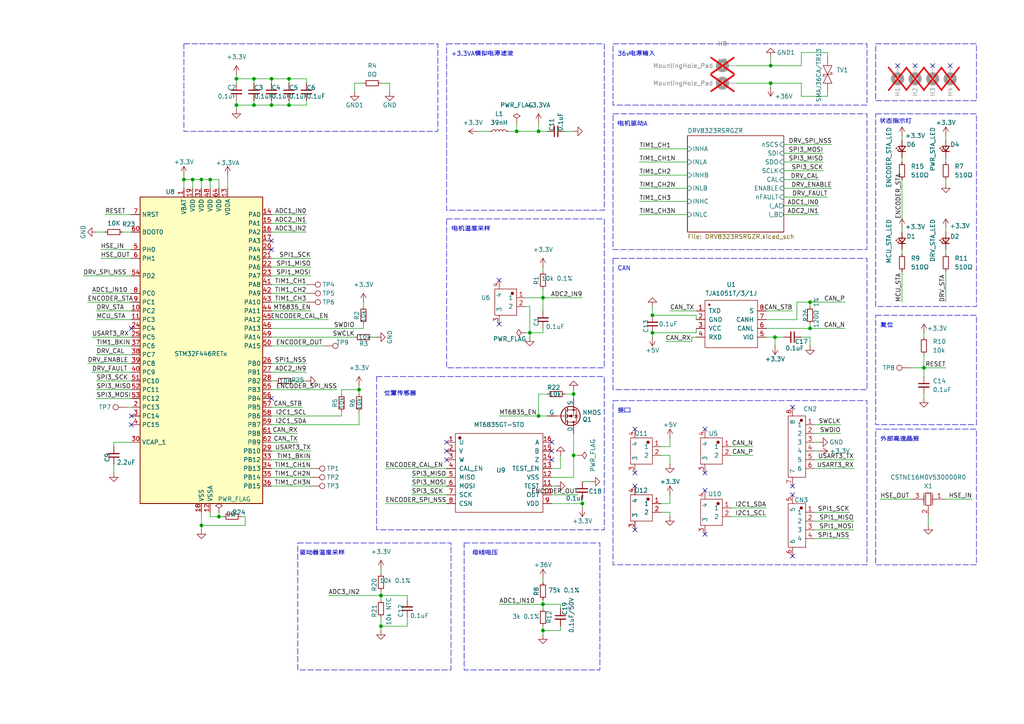
<source format=kicad_sch>
(kicad_sch (version 20250114) (generator "eeschema") (generator_version "9.0")
  (paper "A4")
  (title_block (title "CawDrive") (rev "V1.0.0") (company "GUAIK.ORG"))
  (rectangle (start 177.8 74.93) (end 251.46 113.03) (stroke (width 0) (type dash)))
  (rectangle (start 129.54 63.5) (end 175.26 106.68) (stroke (width 0) (type dash)))
  (rectangle (start 254 91.44) (end 283.21 123.19) (stroke (width 0) (type dash)))
  (rectangle (start 134.62 157.48) (end 173.99 194.31) (stroke (width 0) (type dash)))
  (rectangle (start 254 12.7) (end 283.21 29.21) (stroke (width 0) (type dash)))
  (rectangle (start 254 124.46) (end 283.21 163.83) (stroke (width 0) (type dash)))
  (rectangle (start 177.8 12.7) (end 251.46 30.48) (stroke (width 0) (type dash)))
  (rectangle (start 177.8 33.02) (end 251.46 72.39) (stroke (width 0) (type dash)))
  (rectangle (start 109.22 109.22) (end 175.26 153.67) (stroke (width 0) (type dash)))
  (rectangle (start 129.54 12.7) (end 175.26 60.96) (stroke (width 0) (type dash)))
  (rectangle (start 53.34 12.7) (end 127 38.1) (stroke (width 0) (type dash)))
  (rectangle (start 254 33.02) (end 283.21 88.9) (stroke (width 0) (type dash)))
  (rectangle (start 177.8 116.205) (end 251.46 163.83) (stroke (width 0) (type dash)))
  (rectangle (start 86.36 157.48) (end 130.81 194.31) (stroke (width 0) (type dash)))
  (text "母线电压" (at 140.716 160.528 0) (effects (font (size 1.27 1.27))))
  (text "电机温度采样" (at 136.652 66.548 0) (effects (font (size 1.27 1.27))))
  (text "驱动器温度采样" (at 93.472 160.528 0) (effects (font (size 1.27 1.27))))
  (text "接口" (at 179.07 120.015 0) (effects (font (size 1.27 1.27)) (justify left bottom)))
  (text "36v电源输入" (at 179.07 16.51 0) (effects (font (size 1.27 1.27)) (justify left bottom)))
  (text "CAN" (at 179.07 78.74 0) (effects (font (size 1.27 1.27)) (justify left bottom)))
  (text "+3.3VA模拟电源滤波" (at 130.81 16.51 0) (effects (font (size 1.27 1.27)) (justify left bottom)))
  (text "位置传感器" (at 116.078 114.3 0) (effects (font (size 1.27 1.27))))
  (text "电机驱动A" (at 179.07 36.83 0) (effects (font (size 1.27 1.27)) (justify left bottom)))
  (text "外部高速晶振" (at 255.27 128.27 0) (effects (font (size 1.27 1.27)) (justify left bottom)))
  (text "复位" (at 255.27 95.25 0) (effects (font (size 1.27 1.27)) (justify left bottom)))
  (text "状态指示灯" (at 255.016 36.068 0) (effects (font (size 1.27 1.27)) (justify left bottom)))
  (junction (at 157.48 175.26))
  (junction (at 156.21 120.65))
  (junction (at 267.97 106.68))
  (junction (at 234.95 87.63))
  (junction (at 168.91 146.05))
  (junction (at 68.58 22.86))
  (junction (at 153.67 96.52))
  (junction (at 157.48 182.88))
  (junction (at 156.21 38.1))
  (junction (at 55.88 52.07))
  (junction (at 110.49 172.72))
  (junction (at 189.23 91.44))
  (junction (at 110.49 181.61))
  (junction (at 63.5 149.86))
  (junction (at 73.66 30.48))
  (junction (at 78.74 30.48))
  (junction (at 223.52 24.13))
  (junction (at 53.34 52.07))
  (junction (at 73.66 22.86))
  (junction (at 58.42 152.4))
  (junction (at 149.86 38.1))
  (junction (at 83.82 30.48))
  (junction (at 166.37 132.08))
  (junction (at 189.23 96.52))
  (junction (at 104.14 113.03))
  (junction (at 234.95 95.25))
  (junction (at 68.58 30.48))
  (junction (at 58.42 52.07))
  (junction (at 166.37 114.3))
  (junction (at 60.96 52.07))
  (junction (at 78.74 22.86))
  (junction (at 157.48 86.36))
  (junction (at 83.82 22.86))
  (junction (at 224.79 97.79))
  (junction (at 223.52 19.05))
  (no_connect (at 144.78 81.28))
  (no_connect (at 260.35 19.05))
  (no_connect (at 160.02 133.35))
  (no_connect (at 270.51 19.05))
  (no_connect (at 204.47 124.46))
  (no_connect (at 129.54 133.35))
  (no_connect (at 204.47 137.16))
  (no_connect (at 160.02 130.81))
  (no_connect (at 229.87 161.29))
  (no_connect (at 160.02 128.27))
  (no_connect (at 78.74 115.57))
  (no_connect (at 144.78 93.98))
  (no_connect (at 229.87 143.51))
  (no_connect (at 184.15 140.97))
  (no_connect (at 229.87 140.97))
  (no_connect (at 204.47 142.24))
  (no_connect (at 229.87 118.11))
  (no_connect (at 129.54 128.27))
  (no_connect (at 129.54 130.81))
  (no_connect (at 265.43 19.05))
  (no_connect (at 38.1 120.65))
  (no_connect (at 204.47 154.94))
  (no_connect (at 38.1 95.25))
  (no_connect (at 184.15 124.46))
  (no_connect (at 38.1 123.19))
  (no_connect (at 275.59 19.05))
  (no_connect (at 78.74 72.39))
  (no_connect (at 184.15 137.16))
  (no_connect (at 184.15 153.67))
  (no_connect (at 78.74 69.85))
  (wire (pts (xy 88.9 29.21) (xy 88.9 30.48)))
  (wire (pts (xy 153.67 97.79) (xy 153.67 96.52)))
  (wire (pts (xy 166.37 132.08) (xy 167.64 132.08)))
  (wire (pts (xy 78.74 22.86) (xy 78.74 24.13)))
  (wire (pts (xy 157.48 175.26) (xy 157.48 176.53)))
  (wire (pts (xy 232.41 27.94) (xy 240.03 27.94)))
  (wire (pts (xy 25.4 87.63) (xy 38.1 87.63)))
  (wire (pts (xy 86.36 128.27) (xy 78.74 128.27)))
  (wire (pts (xy 168.91 146.05) (xy 160.02 146.05)))
  (wire (pts (xy 118.11 179.07) (xy 118.11 181.61)))
  (wire (pts (xy 88.9 105.41) (xy 78.74 105.41)))
  (wire (pts (xy 90.17 140.97) (xy 78.74 140.97)))
  (wire (pts (xy 236.22 123.19) (xy 243.84 123.19)))
  (wire (pts (xy 274.32 66.04) (xy 274.32 67.31)))
  (wire (pts (xy 88.9 82.55) (xy 78.74 82.55)))
  (wire (pts (xy 231.14 87.63) (xy 231.14 92.71)))
  (wire (pts (xy 104.14 111.76) (xy 104.14 113.03)))
  (wire (pts (xy 30.48 67.31) (xy 27.94 67.31)))
  (wire (pts (xy 166.37 113.03) (xy 166.37 114.3)))
  (wire (pts (xy 227.33 44.45) (xy 238.76 44.45)))
  (wire (pts (xy 26.67 107.95) (xy 38.1 107.95)))
  (wire (pts (xy 261.62 39.37) (xy 261.62 40.64)))
  (wire (pts (xy 90.17 133.35) (xy 78.74 133.35)))
  (wire (pts (xy 212.09 132.08) (xy 218.44 132.08)))
  (wire (pts (xy 156.21 114.3) (xy 156.21 120.65)))
  (wire (pts (xy 267.97 96.52) (xy 267.97 97.79)))
  (wire (pts (xy 60.96 148.59) (xy 60.96 149.86)))
  (wire (pts (xy 71.12 152.4) (xy 58.42 152.4)))
  (wire (pts (xy 162.56 135.89) (xy 160.02 135.89)))
  (wire (pts (xy 83.82 22.86) (xy 88.9 22.86)))
  (wire (pts (xy 104.14 119.38) (xy 104.14 123.19)))
  (wire (pts (xy 157.48 86.36) (xy 168.91 86.36)))
  (wire (pts (xy 66.04 50.8) (xy 66.04 54.61)))
  (wire (pts (xy 261.62 63.5) (xy 261.62 52.07)))
  (wire (pts (xy 261.62 45.72) (xy 261.62 46.99)))
  (wire (pts (xy 158.75 114.3) (xy 156.21 114.3)))
  (wire (pts (xy 83.82 30.48) (xy 88.9 30.48)))
  (wire (pts (xy 26.67 97.79) (xy 38.1 97.79)))
  (wire (pts (xy 223.52 24.13) (xy 232.41 24.13)))
  (wire (pts (xy 71.12 149.86) (xy 69.85 149.86)))
  (wire (pts (xy 144.78 120.65) (xy 156.21 120.65)))
  (wire (pts (xy 53.34 50.8) (xy 53.34 52.07)))
  (wire (pts (xy 102.87 24.13) (xy 105.41 24.13)))
  (wire (pts (xy 27.94 100.33) (xy 38.1 100.33)))
  (wire (pts (xy 274.32 72.39) (xy 274.32 73.66)))
  (wire (pts (xy 200.66 99.06) (xy 200.66 97.79)))
  (wire (pts (xy 231.14 92.71) (xy 222.25 92.71)))
  (wire (pts (xy 234.95 97.79) (xy 234.95 100.33)))
  (wire (pts (xy 158.75 120.65) (xy 156.21 120.65)))
  (wire (pts (xy 185.42 43.18) (xy 199.39 43.18)))
  (wire (pts (xy 157.48 83.82) (xy 157.48 86.36)))
  (wire (pts (xy 113.03 24.13) (xy 113.03 26.67)))
  (wire (pts (xy 232.41 15.24) (xy 240.03 15.24)))
  (wire (pts (xy 73.66 22.86) (xy 73.66 24.13)))
  (wire (pts (xy 90.17 74.93) (xy 78.74 74.93)))
  (wire (pts (xy 58.42 52.07) (xy 60.96 52.07)))
  (wire (pts (xy 88.9 62.23) (xy 78.74 62.23)))
  (wire (pts (xy 247.65 135.89) (xy 236.22 135.89)))
  (wire (pts (xy 194.31 143.51) (xy 194.31 146.05)))
  (wire (pts (xy 157.48 173.99) (xy 157.48 175.26)))
  (wire (pts (xy 60.96 52.07) (xy 63.5 52.07)))
  (wire (pts (xy 102.87 24.13) (xy 102.87 26.67)))
  (wire (pts (xy 83.82 29.21) (xy 83.82 30.48)))
  (wire (pts (xy 58.42 52.07) (xy 58.42 54.61)))
  (wire (pts (xy 213.36 24.13) (xy 223.52 24.13)))
  (wire (pts (xy 234.95 87.63) (xy 245.11 87.63)))
  (wire (pts (xy 223.52 19.05) (xy 232.41 19.05)))
  (wire (pts (xy 163.83 114.3) (xy 166.37 114.3)))
  (wire (pts (xy 73.66 22.86) (xy 78.74 22.86)))
  (wire (pts (xy 29.21 72.39) (xy 38.1 72.39)))
  (wire (pts (xy 119.38 140.97) (xy 129.54 140.97)))
  (wire (pts (xy 99.06 113.03) (xy 104.14 113.03)))
  (wire (pts (xy 88.9 107.95) (xy 78.74 107.95)))
  (wire (pts (xy 55.88 52.07) (xy 58.42 52.07)))
  (wire (pts (xy 87.63 118.11) (xy 78.74 118.11)))
  (wire (pts (xy 236.22 153.67) (xy 247.65 153.67)))
  (wire (pts (xy 274.32 106.68) (xy 267.97 106.68)))
  (wire (pts (xy 156.21 35.56) (xy 156.21 38.1)))
  (wire (pts (xy 68.58 22.86) (xy 73.66 22.86)))
  (wire (pts (xy 201.93 91.44) (xy 201.93 92.71)))
  (wire (pts (xy 168.91 144.78) (xy 168.91 146.05)))
  (wire (pts (xy 162.56 176.53) (xy 162.56 175.26)))
  (wire (pts (xy 110.49 24.13) (xy 113.03 24.13)))
  (wire (pts (xy 189.23 96.52) (xy 189.23 97.79)))
  (wire (pts (xy 78.74 123.19) (xy 104.14 123.19)))
  (wire (pts (xy 38.1 128.27) (xy 33.02 128.27)))
  (wire (pts (xy 118.11 172.72) (xy 118.11 173.99)))
  (wire (pts (xy 162.56 181.61) (xy 162.56 182.88)))
  (wire (pts (xy 149.86 38.1) (xy 156.21 38.1)))
  (wire (pts (xy 167.64 143.51) (xy 160.02 143.51)))
  (wire (pts (xy 157.48 95.25) (xy 157.48 96.52)))
  (wire (pts (xy 68.58 21.59) (xy 68.58 22.86)))
  (wire (pts (xy 236.22 156.21) (xy 246.38 156.21)))
  (wire (pts (xy 240.03 15.24) (xy 240.03 16.51)))
  (wire (pts (xy 231.14 87.63) (xy 234.95 87.63)))
  (wire (pts (xy 157.48 181.61) (xy 157.48 182.88)))
  (wire (pts (xy 99.06 120.65) (xy 78.74 120.65)))
  (wire (pts (xy 60.96 149.86) (xy 63.5 149.86)))
  (wire (pts (xy 191.77 148.59) (xy 194.31 148.59)))
  (wire (pts (xy 157.48 96.52) (xy 153.67 96.52)))
  (wire (pts (xy 162.56 182.88) (xy 157.48 182.88)))
  (wire (pts (xy 110.49 165.1) (xy 110.49 166.37)))
  (wire (pts (xy 274.32 39.37) (xy 274.32 40.64)))
  (wire (pts (xy 267.97 102.87) (xy 267.97 106.68)))
  (wire (pts (xy 163.83 38.1) (xy 166.37 38.1)))
  (wire (pts (xy 227.33 46.99) (xy 238.76 46.99)))
  (wire (pts (xy 78.74 22.86) (xy 83.82 22.86)))
  (wire (pts (xy 58.42 148.59) (xy 58.42 152.4)))
  (wire (pts (xy 160.02 140.97) (xy 161.29 140.97)))
  (wire (pts (xy 63.5 149.86) (xy 64.77 149.86)))
  (wire (pts (xy 229.87 90.17) (xy 222.25 90.17)))
  (wire (pts (xy 110.49 172.72) (xy 110.49 173.99)))
  (wire (pts (xy 234.95 95.25) (xy 245.11 95.25)))
  (wire (pts (xy 29.21 74.93) (xy 38.1 74.93)))
  (wire (pts (xy 25.4 105.41) (xy 38.1 105.41)))
  (wire (pts (xy 162.56 175.26) (xy 157.48 175.26)))
  (wire (pts (xy 110.49 171.45) (xy 110.49 172.72)))
  (wire (pts (xy 267.97 106.68) (xy 267.97 109.22)))
  (wire (pts (xy 33.02 134.62) (xy 33.02 137.16)))
  (wire (pts (xy 194.31 148.59) (xy 194.31 149.86)))
  (wire (pts (xy 236.22 151.13) (xy 247.65 151.13)))
  (wire (pts (xy 149.86 35.56) (xy 149.86 38.1)))
  (wire (pts (xy 152.4 96.52) (xy 153.67 96.52)))
  (wire (pts (xy 224.79 97.79) (xy 227.33 97.79)))
  (wire (pts (xy 240.03 27.94) (xy 240.03 26.67)))
  (wire (pts (xy 234.95 87.63) (xy 234.95 88.9)))
  (wire (pts (xy 189.23 91.44) (xy 189.23 88.9)))
  (wire (pts (xy 78.74 110.49) (xy 80.01 110.49)))
  (wire (pts (xy 68.58 22.86) (xy 68.58 24.13)))
  (wire (pts (xy 35.56 67.31) (xy 38.1 67.31)))
  (wire (pts (xy 27.94 92.71) (xy 38.1 92.71)))
  (wire (pts (xy 185.42 54.61) (xy 199.39 54.61)))
  (wire (pts (xy 213.36 19.05) (xy 223.52 19.05)))
  (wire (pts (xy 227.33 62.23) (xy 237.49 62.23)))
  (wire (pts (xy 168.91 147.32) (xy 168.91 146.05)))
  (wire (pts (xy 60.96 52.07) (xy 60.96 54.61)))
  (wire (pts (xy 166.37 132.08) (xy 166.37 138.43)))
  (wire (pts (xy 99.06 119.38) (xy 99.06 120.65)))
  (wire (pts (xy 85.09 110.49) (xy 88.9 110.49)))
  (wire (pts (xy 261.62 87.63) (xy 261.62 78.74)))
  (wire (pts (xy 201.93 96.52) (xy 189.23 96.52)))
  (wire (pts (xy 118.11 181.61) (xy 110.49 181.61)))
  (wire (pts (xy 237.49 130.81) (xy 236.22 130.81)))
  (wire (pts (xy 269.24 149.86) (xy 269.24 152.4)))
  (wire (pts (xy 224.79 97.79) (xy 224.79 100.33)))
  (wire (pts (xy 227.33 59.69) (xy 237.49 59.69)))
  (wire (pts (xy 227.33 49.53) (xy 238.76 49.53)))
  (wire (pts (xy 157.48 182.88) (xy 157.48 184.15)))
  (wire (pts (xy 138.43 38.1) (xy 142.24 38.1)))
  (wire (pts (xy 222.25 97.79) (xy 224.79 97.79)))
  (wire (pts (xy 157.48 77.47) (xy 157.48 78.74)))
  (wire (pts (xy 193.04 99.06) (xy 200.66 99.06)))
  (wire (pts (xy 185.42 50.8) (xy 199.39 50.8)))
  (wire (pts (xy 194.31 132.08) (xy 194.31 134.62)))
  (wire (pts (xy 162.56 132.08) (xy 162.56 135.89)))
  (wire (pts (xy 153.67 88.9) (xy 153.67 96.52)))
  (wire (pts (xy 71.12 149.86) (xy 71.12 152.4)))
  (wire (pts (xy 194.31 129.54) (xy 191.77 129.54)))
  (wire (pts (xy 24.13 80.01) (xy 38.1 80.01)))
  (wire (pts (xy 27.94 90.17) (xy 38.1 90.17)))
  (wire (pts (xy 232.41 19.05) (xy 232.41 15.24)))
  (wire (pts (xy 88.9 67.31) (xy 78.74 67.31)))
  (wire (pts (xy 36.83 118.11) (xy 38.1 118.11)))
  (wire (pts (xy 212.09 149.86) (xy 222.25 149.86)))
  (wire (pts (xy 274.32 53.34) (xy 274.32 52.07)))
  (wire (pts (xy 99.06 113.03) (xy 99.06 114.3)))
  (wire (pts (xy 107.95 97.79) (xy 109.22 97.79)))
  (wire (pts (xy 194.31 90.17) (xy 201.93 90.17)))
  (wire (pts (xy 232.41 24.13) (xy 232.41 27.94)))
  (wire (pts (xy 111.76 135.89) (xy 129.54 135.89)))
  (wire (pts (xy 53.34 52.07) (xy 55.88 52.07)))
  (wire (pts (xy 191.77 132.08) (xy 194.31 132.08)))
  (wire (pts (xy 185.42 62.23) (xy 199.39 62.23)))
  (wire (pts (xy 185.42 58.42) (xy 199.39 58.42)))
  (wire (pts (xy 111.76 146.05) (xy 129.54 146.05)))
  (wire (pts (xy 227.33 52.07) (xy 237.49 52.07)))
  (wire (pts (xy 63.5 52.07) (xy 63.5 54.61)))
  (wire (pts (xy 63.5 148.59) (xy 63.5 149.86)))
  (wire (pts (xy 73.66 29.21) (xy 73.66 30.48)))
  (wire (pts (xy 27.94 110.49) (xy 38.1 110.49)))
  (wire (pts (xy 105.41 93.98) (xy 105.41 95.25)))
  (wire (pts (xy 157.48 167.64) (xy 157.48 168.91)))
  (wire (pts (xy 227.33 54.61) (xy 241.3 54.61)))
  (wire (pts (xy 236.22 148.59) (xy 246.38 148.59)))
  (wire (pts (xy 68.58 30.48) (xy 68.58 31.75)))
  (wire (pts (xy 68.58 30.48) (xy 73.66 30.48)))
  (wire (pts (xy 236.22 125.73) (xy 243.84 125.73)))
  (wire (pts (xy 261.62 72.39) (xy 261.62 73.66)))
  (wire (pts (xy 261.62 66.04) (xy 261.62 67.31)))
  (wire (pts (xy 90.17 138.43) (xy 78.74 138.43)))
  (wire (pts (xy 53.34 52.07) (xy 53.34 54.61)))
  (wire (pts (xy 267.97 114.3) (xy 267.97 115.57)))
  (wire (pts (xy 78.74 30.48) (xy 83.82 30.48)))
  (wire (pts (xy 274.32 87.63) (xy 274.32 78.74)))
  (wire (pts (xy 110.49 172.72) (xy 118.11 172.72)))
  (wire (pts (xy 152.4 88.9) (xy 153.67 88.9)))
  (wire (pts (xy 247.65 133.35) (xy 236.22 133.35)))
  (wire (pts (xy 156.21 38.1) (xy 158.75 38.1)))
  (wire (pts (xy 88.9 85.09) (xy 78.74 85.09)))
  (wire (pts (xy 26.67 85.09) (xy 38.1 85.09)))
  (wire (pts (xy 95.25 92.71) (xy 78.74 92.71)))
  (wire (pts (xy 223.52 16.51) (xy 223.52 19.05)))
  (wire (pts (xy 90.17 80.01) (xy 78.74 80.01)))
  (wire (pts (xy 88.9 22.86) (xy 88.9 24.13)))
  (wire (pts (xy 168.91 139.7) (xy 171.45 139.7)))
  (wire (pts (xy 166.37 114.3) (xy 166.37 115.57)))
  (wire (pts (xy 33.02 128.27) (xy 33.02 129.54)))
  (wire (pts (xy 274.32 46.99) (xy 274.32 45.72)))
  (wire (pts (xy 110.49 179.07) (xy 110.49 181.61)))
  (wire (pts (xy 157.48 86.36) (xy 157.48 90.17)))
  (wire (pts (xy 102.87 97.79) (xy 78.74 97.79)))
  (wire (pts (xy 152.4 86.36) (xy 157.48 86.36)))
  (wire (pts (xy 223.52 24.13) (xy 223.52 25.4)))
  (wire (pts (xy 194.31 146.05) (xy 191.77 146.05)))
  (wire (pts (xy 144.78 175.26) (xy 157.48 175.26)))
  (wire (pts (xy 232.41 97.79) (xy 234.95 97.79)))
  (wire (pts (xy 200.66 97.79) (xy 201.93 97.79)))
  (wire (pts (xy 105.41 87.63) (xy 105.41 88.9)))
  (wire (pts (xy 110.49 182.88) (xy 110.49 181.61)))
  (wire (pts (xy 27.94 102.87) (xy 38.1 102.87)))
  (wire (pts (xy 97.79 113.03) (xy 78.74 113.03)))
  (wire (pts (xy 234.95 93.98) (xy 234.95 95.25)))
  (wire (pts (xy 78.74 29.21) (xy 78.74 30.48)))
  (wire (pts (xy 27.94 113.03) (xy 38.1 113.03)))
  (wire (pts (xy 212.09 147.32) (xy 222.25 147.32)))
  (wire (pts (xy 95.25 172.72) (xy 110.49 172.72)))
  (wire (pts (xy 58.42 152.4) (xy 58.42 153.67)))
  (wire (pts (xy 90.17 130.81) (xy 78.74 130.81)))
  (wire (pts (xy 166.37 125.73) (xy 166.37 132.08)))
  (wire (pts (xy 90.17 77.47) (xy 78.74 77.47)))
  (wire (pts (xy 227.33 57.15) (xy 240.03 57.15)))
  (wire (pts (xy 160.02 138.43) (xy 166.37 138.43)))
  (wire (pts (xy 264.16 106.68) (xy 267.97 106.68)))
  (wire (pts (xy 88.9 64.77) (xy 78.74 64.77)))
  (wire (pts (xy 185.42 46.99) (xy 199.39 46.99)))
  (wire (pts (xy 147.32 38.1) (xy 149.86 38.1)))
  (wire (pts (xy 194.31 127) (xy 194.31 129.54)))
  (wire (pts (xy 78.74 95.25) (xy 105.41 95.25)))
  (wire (pts (xy 86.36 125.73) (xy 78.74 125.73)))
  (wire (pts (xy 227.33 41.91) (xy 241.3 41.91)))
  (wire (pts (xy 73.66 30.48) (xy 78.74 30.48)))
  (wire (pts (xy 78.74 100.33) (xy 93.98 100.33)))
  (wire (pts (xy 119.38 138.43) (xy 129.54 138.43)))
  (wire (pts (xy 68.58 29.21) (xy 68.58 30.48)))
  (wire (pts (xy 27.94 115.57) (xy 38.1 115.57)))
  (wire (pts (xy 236.22 128.27) (xy 237.49 128.27)))
  (wire (pts (xy 83.82 22.86) (xy 83.82 24.13)))
  (wire (pts (xy 201.93 91.44) (xy 189.23 91.44)))
  (wire (pts (xy 222.25 95.25) (xy 234.95 95.25)))
  (wire (pts (xy 55.88 52.07) (xy 55.88 54.61)))
  (wire (pts (xy 90.17 90.17) (xy 78.74 90.17)))
  (wire (pts (xy 255.27 144.78) (xy 264.16 144.78)))
  (wire (pts (xy 104.14 113.03) (xy 104.14 114.3)))
  (wire (pts (xy 274.32 144.78) (xy 281.94 144.78)))
  (wire (pts (xy 30.48 62.23) (xy 38.1 62.23)))
  (wire (pts (xy 88.9 87.63) (xy 78.74 87.63)))
  (wire (pts (xy 119.38 143.51) (xy 129.54 143.51)))
  (wire (pts (xy 90.17 135.89) (xy 78.74 135.89)))
  (wire (pts (xy 201.93 96.52) (xy 201.93 95.25)))
  (wire (pts (xy 212.09 129.54) (xy 218.44 129.54)))
  (label "ADC1_IN0" (at 88.9 62.23 180))
  (label "TIM1_CH2N" (at 90.17 138.43 180))
  (label "SPI1_MISO" (at 90.17 77.47 180))
  (label "RESET" (at 30.48 62.23 0))
  (label "ADC1_IN0" (at 237.49 59.69 180))
  (label "SWCLK" (at 102.87 97.79 180))
  (label "SPI3_MISO" (at 238.76 46.99 180))
  (label "TIM1_CH1N" (at 185.42 46.99 0))
  (label "DRV_FAULT" (at 26.67 107.95 0))
  (label "I2C1_SDA" (at 88.9 123.19 180))
  (label "ADC2_IN9" (at 88.9 107.95 180))
  (label "ENCODER_CAL_EN" (at 111.76 135.89 0))
  (label "TIM1_CH2" (at 185.42 50.8 0))
  (label "TIM1_BKIN" (at 90.17 133.35 180))
  (label "HSE_IN" (at 281.94 144.78 180))
  (label "I2C1_SDA" (at 222.25 147.32 180))
  (label "ADC3_IN2" (at 88.9 67.31 180))
  (label "I2C1_SCL" (at 88.9 120.65 180))
  (label "CAN_P" (at 245.11 87.63 180))
  (label "SPI3_MOSI" (at 238.76 44.45 180))
  (label "ENCODER_SPI_NSS" (at 111.76 146.05 0))
  (label "TIM1_CH2N" (at 185.42 54.61 0))
  (label "ADC3_IN2" (at 95.25 172.72 0))
  (label "ENCODER_OUT" (at 167.64 143.51 180))
  (label "DRV_ENABLE" (at 241.3 54.61 180))
  (label "SPI3_MOSI" (at 119.38 140.97 0))
  (label "SPI3_SCK" (at 119.38 143.51 0))
  (label "SPI1_SCK" (at 90.17 74.93 180))
  (label "USART3_RX" (at 26.67 97.79 0))
  (label "HSE_OUT" (at 255.27 144.78 0))
  (label "TIM1_CH3N" (at 90.17 140.97 180))
  (label "DRV_CAL" (at 237.49 52.07 180))
  (label "CAN_TX" (at 194.31 90.17 0))
  (label "DRV_SPI_NSS" (at 24.13 80.01 0))
  (label "RESET" (at 274.32 106.68 180))
  (label "USART3_TX" (at 247.65 133.35 180))
  (label "SPI1_MOSI" (at 247.65 153.67 180))
  (label "TIM1_CH3N" (at 185.42 62.23 0))
  (label "CAN_P" (at 218.44 132.08 180))
  (label "MCU_STA" (at 261.62 87.63 90))
  (label "SWDIO" (at 243.84 125.73 180))
  (label "ADC2_IN9" (at 168.91 86.36 180))
  (label "DRV_SPI_NSS" (at 241.3 41.91 180))
  (label "TIM1_CH1N" (at 90.17 135.89 180))
  (label "CAN_STB" (at 229.87 90.17 180))
  (label "ADC1_IN10" (at 144.78 175.26 0))
  (label "SPI3_SCK" (at 238.76 49.53 180))
  (label "DRV_STA" (at 27.94 90.17 0))
  (label "SPI3_MOSI" (at 27.94 115.57 0))
  (label "CAN_N" (at 218.44 129.54 180))
  (label "ADC2_IN1" (at 237.49 62.23 180))
  (label "ENCODER_SPI_NSS" (at 97.79 113.03 180))
  (label "MT6835_EN" (at 144.78 120.65 0))
  (label "CAN_RX" (at 86.36 125.73 180))
  (label "SWDIO" (at 102.87 95.25 180))
  (label "ENCODER_OUT" (at 80.01 100.33 0))
  (label "USART3_RX" (at 247.65 135.89 180))
  (label "HSE_OUT" (at 29.21 74.93 0))
  (label "SPI1_NSS" (at 246.38 156.21 180))
  (label "ENCODER_STA" (at 261.62 63.5 90))
  (label "SPI3_MISO" (at 119.38 138.43 0))
  (label "ADC2_IN1" (at 88.9 64.77 180))
  (label "DRV_FAULT" (at 240.03 57.15 180))
  (label "DRV_STA" (at 274.32 87.63 90))
  (label "TIM1_BKIN" (at 27.94 100.33 0))
  (label "ADC1_IN10" (at 26.67 85.09 0))
  (label "CAN_N" (at 245.11 95.25 180))
  (label "TIM1_CH3" (at 185.42 58.42 0))
  (label "SPI1_SCK" (at 246.38 148.59 180))
  (label "SPI1_MOSI" (at 90.17 80.01 180))
  (label "HSE_IN" (at 29.21 72.39 0))
  (label "CAN_RX" (at 193.04 99.06 0))
  (label "CAN_STB" (at 87.63 118.11 180))
  (label "MT6835_EN" (at 90.17 90.17 180))
  (label "SPI3_MISO" (at 27.94 113.03 0))
  (label "ENCODER_CAL_EN" (at 95.25 92.71 180))
  (label "TIM1_CH1" (at 88.9 82.55 180))
  (label "USART3_TX" (at 90.17 130.81 180))
  (label "MCU_STA" (at 27.94 92.71 0))
  (label "DRV_ENABLE" (at 25.4 105.41 0))
  (label "TIM1_CH2" (at 88.9 85.09 180))
  (label "TIM1_CH1" (at 185.42 43.18 0))
  (label "SPI1_MISO" (at 247.65 151.13 180))
  (label "DRV_CAL" (at 27.94 102.87 0))
  (label "SWCLK" (at 243.84 123.19 180))
  (label "SPI1_NSS" (at 88.9 105.41 180))
  (label "SPI3_SCK" (at 27.94 110.49 0))
  (label "TIM1_CH3" (at 88.9 87.63 180))
  (label "CAN_TX" (at 86.36 128.27 180))
  (label "ENCODER_STA" (at 25.4 87.63 0))
  (label "I2C1_SCL" (at 222.25 149.86 180))
  (symbol (lib_id "power:+3.3V") (at 105.41 87.63 0) (unit 1)
    (property "Reference" "#PWR06" (effects (hide yes)))
    (property "Value" "+3.3V" (at 105.41 82.55 0))
    (property "Description" "Power symbol creates a global label with name \"+3.3V\"" (effects (hide yes)))
  )
  (symbol (lib_id "power:GND") (at 166.37 113.03 180) (unit 1)
    (property "Reference" "#PWR073" (effects (hide yes)))
    (property "Value" "GND" (effects (hide yes)))
    (property "Description" "Power symbol creates a global label with name \"GND\" , ground" (effects (hide yes)))
  )
  (symbol (lib_id "Device:LED_Small") (at 274.32 43.18 90) (unit 1)
    (property "Reference" "D4" (at 275.59 41.91 90) (effects (justify right)))
    (property "Value" "PWR_STA_LED" (at 270.51 36.83 0) (effects (justify right)))
    (property "Footprint" "LED_SMD:LED_0402_1005Metric_Pad0.77x0.64mm_HandSolder" (effects (hide yes)))
    (property "Description" "Light emitting diode, small symbol" (effects (hide yes)))
    (property "Sim.Pin" "1=K 2=A" (effects (hide yes)))
  )
  (symbol (lib_id "power:PWR_FLAG") (at 152.4 96.52 90) (unit 1)
    (property "Reference" "#FLG08" (effects (hide yes)))
    (property "Value" "PWR_FLAG" (at 147.828 98.298 90))
    (property "Description" "Special symbol for telling ERC where power comes from" (effects (hide yes)))
  )
  (symbol (lib_id "power:+3.3V") (at 267.97 96.52 0) (unit 1)
    (property "Reference" "#PWR032" (effects (hide yes)))
    (property "Value" "+3.3V" (at 271.78 95.25 0))
    (property "Description" "Power symbol creates a global label with name \"+3.3V\"" (effects (hide yes)))
  )
  (symbol (lib_id "power:GND") (at 166.37 38.1 90) (unit 1)
    (property "Reference" "#PWR012" (effects (hide yes)))
    (property "Value" "GND" (effects (hide yes)))
    (property "Description" "Power symbol creates a global label with name \"GND\" , ground" (effects (hide yes)))
  )
  (symbol (lib_id "power:+3.3V") (at 104.14 111.76 0) (unit 1)
    (property "Reference" "#PWR013" (effects (hide yes)))
    (property "Value" "+3.3V" (at 104.14 106.68 0))
    (property "Description" "Power symbol creates a global label with name \"+3.3V\"" (effects (hide yes)))
  )
  (symbol (lib_id "Device:LED_Small") (at 261.62 43.18 90) (unit 1)
    (property "Reference" "D6" (at 262.89 41.91 90) (effects (justify right)))
    (property "Value" "ENCODER_STA_LED" (at 257.81 36.83 0) (effects (justify right)))
    (property "Footprint" "LED_SMD:LED_0402_1005Metric_Pad0.77x0.64mm_HandSolder" (effects (hide yes)))
    (property "Description" "Light emitting diode, small symbol" (effects (hide yes)))
    (property "Sim.Pin" "1=K 2=A" (effects (hide yes)))
  )
  (symbol (lib_id "power:+5V") (at 189.23 97.79 180) (unit 1)
    (property "Reference" "#PWR076" (effects (hide yes)))
    (property "Value" "+5V" (at 189.23 101.6 0))
    (property "Description" "Power symbol creates a global label with name \"+5V\"" (effects (hide yes)))
  )
  (symbol (lib_id "Device:C_Small") (at 118.11 176.53 180) (unit 1)
    (property "Reference" "C12" (at 116.205 177.165 90))
    (property "Value" "0.1uF" (at 121.666 178.562 0))
    (property "Footprint" "Capacitor_SMD:C_0402_1005Metric_Pad0.74x0.62mm_HandSolder" (effects (hide yes)))
    (property "Description" "Unpolarized capacitor, small symbol" (effects (hide yes)))
  )
  (symbol (lib_id "Device:R_Small") (at 99.06 116.84 180) (unit 1)
    (property "Reference" "R5" (at 97.155 115.57 90) (effects (justify left)))
    (property "Value" "10k" (at 99.06 115.062 90) (effects (justify left)))
    (property "Footprint" "Resistor_SMD:R_0402_1005Metric_Pad0.72x0.64mm_HandSolder" (effects (hide yes)))
    (property "Description" "Resistor, small symbol" (effects (hide yes)))
  )
  (symbol (lib_id "power:+3.3V") (at 68.58 21.59 0) (unit 1)
    (property "Reference" "#PWR04" (effects (hide yes)))
    (property "Value" "+3.3V" (at 68.58 16.51 0))
    (property "Description" "Power symbol creates a global label with name \"+3.3V\"" (effects (hide yes)))
  )
  (symbol (lib_id "Rick_Connector:WAFER-SH1.0-2PWB") (at 208.28 148.59 0) (mirror y) (unit 1)
    (property "Reference" "U10" (at 209.296 143.256 0) (effects (justify left)))
    (property "Value" "WAFER-SH1.0-2PWB" (effects (hide yes)))
    (property "Footprint" "Rick_Connector:CONN-SMD_2P-P1.00_XUNPU_WAFER-SH1.0-2PWB" (effects (hide yes)))
    (property "SuppliersPartNumber" "C3029341" (effects (hide yes)))
    (property "uuid" "std:b25617d4d4944bb5a333c9a533c58e4a" (effects (hide yes)))
  )
  (symbol (lib_id "Device:R_Small") (at 107.95 24.13 90) (unit 1)
    (property "Reference" "R4" (at 107.95 19.05 90))
    (property "Value" "0Ω" (at 107.95 21.59 90))
    (property "Footprint" "Resistor_SMD:R_0402_1005Metric_Pad0.72x0.64mm_HandSolder" (effects (hide yes)))
    (property "Description" "Resistor, small symbol" (effects (hide yes)))
  )
  (symbol (lib_id "Device:C_Small") (at 78.74 26.67 0) (unit 1)
    (property "Reference" "C4" (at 78.74 25.4 0) (effects (justify left)))
    (property "Value" "0.1uF" (at 78.74 27.94 0) (effects (justify left)))
    (property "Footprint" "Capacitor_SMD:C_0402_1005Metric_Pad0.74x0.62mm_HandSolder" (effects (hide yes)))
    (property "Description" "Unpolarized capacitor, small symbol" (effects (hide yes)))
  )
  (symbol (lib_id "Connector:TestPoint") (at 36.83 118.11 90) (mirror x) (unit 1)
    (property "Reference" "TP7" (at 32.258 118.11 90) (effects (justify left)))
    (property "Value" "TestPoint" (effects (hide yes)))
    (property "Footprint" "TestPoint:TestPoint_Pad_D1.0mm" (effects (hide yes)))
    (property "Description" "test point" (effects (hide yes)))
  )
  (symbol (lib_id "Device:R_Small") (at 157.48 81.28 180) (unit 1)
    (property "Reference" "R1" (at 155.575 80.01 90) (effects (justify left)))
    (property "Value" "10k 0.1%" (at 166.116 80.772 0) (effects (justify left)))
    (property "Footprint" "Resistor_SMD:R_0402_1005Metric_Pad0.72x0.64mm_HandSolder" (effects (hide yes)))
    (property "Description" "Resistor, small symbol" (effects (hide yes)))
  )
  (symbol (lib_id "power:PWR_FLAG") (at 167.64 132.08 270) (unit 1)
    (property "Reference" "#FLG09" (effects (hide yes)))
    (property "Value" "PWR_FLAG" (at 171.958 132.08 0))
    (property "Description" "Special symbol for telling ERC where power comes from" (effects (hide yes)))
  )
  (symbol (lib_id "Mechanical:MountingHole_Pad") (at 210.82 19.05 90) (unit 1) (dnp yes)
    (property "Reference" "H8" (at 209.55 12.7 90))
    (property "Value" "MountingHole_Pad" (at 198.12 19.05 90))
    (property "Footprint" "CawDrive_Connector:POWER_PAD" (effects (hide yes)))
    (property "Description" "Mounting Hole with connection" (effects (hide yes)))
  )
  (symbol (lib_id "power:PWR_FLAG") (at 63.5 148.59 0) (unit 1)
    (property "Reference" "#FLG07" (effects (hide yes)))
    (property "Value" "PWR_FLAG" (at 67.945 144.78 0))
    (property "Description" "Special symbol for telling ERC where power comes from" (effects (hide yes)))
  )
  (symbol (lib_id "Connector:TestPoint") (at 88.9 82.55 270) (unit 1)
    (property "Reference" "TP4" (at 93.472 82.55 90) (effects (justify left)))
    (property "Value" "TestPoint" (effects (hide yes)))
    (property "Footprint" "TestPoint:TestPoint_Pad_D1.0mm" (effects (hide yes)))
    (property "Description" "test point" (effects (hide yes)))
  )
  (symbol (lib_id "power:+3.3VA") (at 156.21 35.56 0) (unit 1)
    (property "Reference" "#PWR015" (effects (hide yes)))
    (property "Value" "+3.3VA" (at 156.21 30.48 0))
    (property "Description" "Power symbol creates a global label with name \"+3.3VA\"" (effects (hide yes)))
  )
  (symbol (lib_id "Device:R_Small") (at 104.14 116.84 180) (unit 1)
    (property "Reference" "R6" (at 102.235 115.57 90) (effects (justify left)))
    (property "Value" "10k" (at 104.14 115.316 90) (effects (justify left)))
    (property "Footprint" "Resistor_SMD:R_0402_1005Metric_Pad0.72x0.64mm_HandSolder" (effects (hide yes)))
    (property "Description" "Resistor, small symbol" (effects (hide yes)))
  )
  (symbol (lib_id "Device:R_Small") (at 110.49 168.91 180) (unit 1)
    (property "Reference" "R20" (at 108.585 167.64 90) (effects (justify left)))
    (property "Value" "10k 0.1%" (at 119.126 168.402 0) (effects (justify left)))
    (property "Footprint" "Resistor_SMD:R_0402_1005Metric_Pad0.72x0.64mm_HandSolder" (effects (hide yes)))
    (property "Description" "Resistor, small symbol" (effects (hide yes)))
  )
  (symbol (lib_id "power:GND") (at 274.32 53.34 0) (unit 1)
    (property "Reference" "#PWR044" (effects (hide yes)))
    (property "Value" "GND" (effects (hide yes)))
    (property "Description" "Power symbol creates a global label with name \"GND\" , ground" (effects (hide yes)))
  )
  (symbol (lib_id "power:GND") (at 58.42 153.67 0) (unit 1)
    (property "Reference" "#PWR070" (effects (hide yes)))
    (property "Value" "GND" (effects (hide yes)))
    (property "Description" "Power symbol creates a global label with name \"GND\" , ground" (effects (hide yes)))
  )
  (symbol (lib_id "power:GND1") (at 223.52 16.51 180) (unit 1)
    (property "Reference" "#PWR024" (effects (hide yes)))
    (property "Value" "GND1" (at 227.965 15.24 0))
    (property "Description" "Power symbol creates a global label with name \"GND1\" , ground" (effects (hide yes)))
  )
  (symbol (lib_id "Device:C_Small") (at 33.02 132.08 180) (unit 1)
    (property "Reference" "C9" (at 31.115 132.715 90))
    (property "Value" "2.2uF" (at 36.576 134.112 0))
    (property "Footprint" "Capacitor_SMD:C_0402_1005Metric_Pad0.74x0.62mm_HandSolder" (effects (hide yes)))
    (property "Description" "Unpolarized capacitor, small symbol" (effects (hide yes)))
  )
  (symbol (lib_id "Rick_Diode:SMAJ36CA/TR13") (at 240.03 21.59 90) (unit 1)
    (property "Reference" "TV1" (at 242.57 20.32 90) (effects (justify right)))
    (property "Value" "SMAJ36CA/TR13" (at 237.49 13.97 0) (effects (justify right)))
    (property "Footprint" "Rick_Diode:SMAJ36CA_TR13_SMA(DO-214AC)" (effects (hide yes)))
    (property "Datasheet" "https://atta.szlcsc.com/upload/public/pdf/source/20161114/1479092096898.pdf" (effects (hide yes)))
    (property "SuppliersPartNumber" "C87270" (effects (hide yes)))
    (property "uuid" "pro:04d0c48fad79448b93227f7fe67c94ea" (effects (hide yes)))
    (property "Manufacturer" "Brightking" (effects (hide yes)))
    (property "Manufacturer Product Number" "SMAJ36CA/TR13" (effects (hide yes)))
    (property "JLC Part Number" "C87270" (effects (hide yes)))
    (property "JLC URL" "https://item.szlcsc.com/88448.html" (effects (hide yes)))
  )
  (symbol (lib_id "Device:R_Small") (at 161.29 114.3 90) (unit 1)
    (property "Reference" "R22" (at 162.56 112.395 90) (effects (justify left)))
    (property "Value" "10k" (at 162.814 114.3 90) (effects (justify left)))
    (property "Footprint" "Resistor_SMD:R_0402_1005Metric_Pad0.72x0.64mm_HandSolder" (effects (hide yes)))
    (property "Description" "Resistor, small symbol" (effects (hide yes)))
  )
  (symbol (lib_id "power:+3.3V") (at 194.31 143.51 0) (unit 1)
    (property "Reference" "#PWR082" (effects (hide yes)))
    (property "Value" "+3.3V" (at 194.31 139.7 0))
    (property "Description" "Power symbol creates a global label with name \"+3.3V\"" (effects (hide yes)))
  )
  (symbol (lib_id "Rick_Connector:WAFER-SH1.0-2PWB") (at 187.96 130.81 0) (mirror y) (unit 1)
    (property "Reference" "U11" (at 187.96 125.73 0) (effects (justify left)))
    (property "Value" "WAFER-SH1.0-2PWB" (effects (hide yes)))
    (property "Footprint" "Rick_Connector:CONN-SMD_2P-P1.00_XUNPU_WAFER-SH1.0-2PWB" (effects (hide yes)))
    (property "SuppliersPartNumber" "C3029341" (effects (hide yes)))
    (property "uuid" "std:b25617d4d4944bb5a333c9a533c58e4a" (effects (hide yes)))
  )
  (symbol (lib_id "Device:C_Small") (at 83.82 26.67 0) (unit 1)
    (property "Reference" "C5" (at 83.82 25.4 0) (effects (justify left)))
    (property "Value" "0.1uF" (at 83.82 27.94 0) (effects (justify left)))
    (property "Footprint" "Capacitor_SMD:C_0402_1005Metric_Pad0.74x0.62mm_HandSolder" (effects (hide yes)))
    (property "Description" "Unpolarized capacitor, small symbol" (effects (hide yes)))
  )
  (symbol (lib_id "Connector:TestPoint") (at 93.98 100.33 270) (unit 1)
    (property "Reference" "TP9" (at 97.536 99.314 90) (effects (justify left)))
    (property "Value" "TestPoint" (effects (hide yes)))
    (property "Footprint" "TestPoint:TestPoint_Pad_D1.0mm" (effects (hide yes)))
    (property "Description" "test point" (effects (hide yes)))
  )
  (symbol (lib_id "power:+3.3VA") (at 66.04 50.8 0) (unit 1)
    (property "Reference" "#PWR069" (effects (hide yes)))
    (property "Value" "+3.3VA" (at 66.04 47.244 0))
    (property "Description" "Power symbol creates a global label with name \"+3.3VA\"" (effects (hide yes)))
  )
  (symbol (lib_id "Device:R_Small") (at 67.31 149.86 90) (unit 1)
    (property "Reference" "R24" (at 71.247 148.59 90) (effects (justify left)))
    (property "Value" "0Ω" (at 68.453 149.098 90) (effects (justify left)))
    (property "Footprint" "Resistor_SMD:R_0402_1005Metric_Pad0.72x0.64mm_HandSolder" (effects (hide yes)))
    (property "Description" "Resistor, small symbol" (effects (hide yes)))
  )
  (symbol (lib_id "Device:C_Small") (at 168.91 142.24 0) (unit 1)
    (property "Reference" "C18" (at 170.688 142.494 0) (effects (justify left)))
    (property "Value" "0.1uF" (at 164.084 144.526 0) (effects (justify left)))
    (property "Footprint" "Capacitor_SMD:C_0402_1005Metric_Pad0.74x0.62mm_HandSolder" (effects (hide yes)))
    (property "Description" "Unpolarized capacitor, small symbol" (effects (hide yes)))
  )
  (symbol (lib_id "Device:C_Small") (at 267.97 111.76 0) (unit 1)
    (property "Reference" "C14" (at 270.51 110.4963 0) (effects (justify left)))
    (property "Value" "0.1uF" (at 270.51 113.0363 0) (effects (justify left)))
    (property "Footprint" "Capacitor_SMD:C_0402_1005Metric_Pad0.74x0.62mm_HandSolder" (effects (hide yes)))
    (property "Description" "Unpolarized capacitor, small symbol" (effects (hide yes)))
  )
  (symbol (lib_id "power:+3.3V") (at 168.91 147.32 180) (unit 1)
    (property "Reference" "#PWR074" (effects (hide yes)))
    (property "Value" "+3.3V" (at 168.91 151.13 0))
    (property "Description" "Power symbol creates a global label with name \"+3.3V\"" (effects (hide yes)))
  )
  (symbol (lib_id "power:GND") (at 171.45 139.7 90) (unit 1)
    (property "Reference" "#PWR079" (effects (hide yes)))
    (property "Value" "GND" (effects (hide yes)))
    (property "Description" "Power symbol creates a global label with name \"GND\" , ground" (effects (hide yes)))
  )
  (symbol (lib_id "Device:R_Small") (at 274.32 76.2 0) (unit 1)
    (property "Reference" "R11" (at 276.86 74.9299 0) (effects (justify left)))
    (property "Value" "510Ω" (at 276.86 77.4699 0) (effects (justify left)))
    (property "Footprint" "Resistor_SMD:R_0402_1005Metric_Pad0.72x0.64mm_HandSolder" (effects (hide yes)))
    (property "Description" "Resistor, small symbol" (effects (hide yes)))
  )
  (symbol (lib_id "power:GND1") (at 102.87 26.67 0) (unit 1)
    (property "Reference" "#PWR08" (effects (hide yes)))
    (property "Value" "GND1" (at 102.87 30.48 0))
    (property "Description" "Power symbol creates a global label with name \"GND1\" , ground" (effects (hide yes)))
  )
  (symbol (lib_id "power:+3.3V") (at 274.32 39.37 0) (unit 1)
    (property "Reference" "#PWR035" (effects (hide yes)))
    (property "Value" "+3.3V" (at 274.32 35.56 0))
    (property "Description" "Power symbol creates a global label with name \"+3.3V\"" (effects (hide yes)))
  )
  (symbol (lib_id "power:+3.3V") (at 138.43 38.1 90) (unit 1)
    (property "Reference" "#PWR011" (effects (hide yes)))
    (property "Value" "+3.3V" (at 137.16 35.56 90))
    (property "Description" "Power symbol creates a global label with name \"+3.3V\"" (effects (hide yes)))
  )
  (symbol (lib_id "Connector:TestPoint") (at 90.17 138.43 270) (unit 1)
    (property "Reference" "TP2" (at 94.742 138.43 90) (effects (justify left)))
    (property "Value" "TestPoint" (effects (hide yes)))
    (property "Footprint" "TestPoint:TestPoint_Pad_D1.0mm" (effects (hide yes)))
    (property "Description" "test point" (effects (hide yes)))
  )
  (symbol (lib_id "MCU_ST_STM32F4:STM32F446RETx") (at 58.42 102.87 0) (unit 1)
    (property "Reference" "U8" (at 48.006 55.626 0) (effects (justify left)))
    (property "Value" "STM32F446RETx" (at 50.546 102.616 0) (effects (justify left)))
    (property "Footprint" "Package_QFP:LQFP-64_10x10mm_P0.5mm" (effects (hide yes)))
    (property "Datasheet" "https://www.st.com/resource/en/datasheet/stm32f446re.pdf" (effects (hide yes)))
    (property "Description" "STMicroelectronics Arm Cortex-M4 MCU, 512KB flash, 128KB RAM, 180 MHz, 1.8-3.6V, 50 GPIO, LQFP64" (effects (hide yes)))
  )
  (symbol (lib_id "Device:R_Small") (at 105.41 91.44 180) (unit 1)
    (property "Reference" "R2" (at 103.505 90.17 90) (effects (justify left)))
    (property "Value" "10k" (at 105.41 89.916 90) (effects (justify left)))
    (property "Footprint" "Resistor_SMD:R_0402_1005Metric_Pad0.72x0.64mm_HandSolder" (effects (hide yes)))
    (property "Description" "Resistor, small symbol" (effects (hide yes)))
  )
  (symbol (lib_id "power:+5V") (at 194.31 127 0) (unit 1)
    (property "Reference" "#PWR080" (effects (hide yes)))
    (property "Value" "+5V" (at 194.31 123.19 0))
    (property "Description" "Power symbol creates a global label with name \"+5V\"" (effects (hide yes)))
  )
  (symbol (lib_id "Rick_Connector:WAFER-SH1.0-6PWB") (at 231.14 129.54 0) (mirror y) (unit 1)
    (property "Reference" "CN2" (at 236.982 118.618 0) (effects (justify left)))
    (property "Value" "WAFER-SH1.0-6PWB" (effects (hide yes)))
    (property "Footprint" "Rick_Connector:CONN-SMD_6P-P1.00_XUNPU_WAFER-SH1.0-6PWB" (effects (hide yes)))
    (property "SuppliersPartNumber" "C3029345" (effects (hide yes)))
    (property "uuid" "std:f32f5274372e4d209515ea792a9b5735" (effects (hide yes)))
  )
  (symbol (lib_id "Device:R_Small") (at 274.32 49.53 0) (unit 1)
    (property "Reference" "R7" (at 276.86 48.2599 0) (effects (justify left)))
    (property "Value" "510Ω" (at 276.86 50.7999 0) (effects (justify left)))
    (property "Footprint" "Resistor_SMD:R_0402_1005Metric_Pad0.72x0.64mm_HandSolder" (effects (hide yes)))
    (property "Description" "Resistor, small symbol" (effects (hide yes)))
  )
  (symbol (lib_id "Rick_Connector:WAFER-SH1.0-4PWB") (at 232.41 152.4 0) (mirror y) (unit 1)
    (property "Reference" "CN3" (at 234.442 145.034 0) (effects (justify left)))
    (property "Value" "WAFER-SH1.0-4PWB" (effects (hide yes)))
    (property "Footprint" "Rick_Connector:CONN-SMD_4P-P1.00_WAFER-SH1.0-4PWB" (effects (hide yes)))
    (property "SuppliersPartNumber" "C3029343" (effects (hide yes)))
    (property "uuid" "std:3aeef2007f6340e5aa158e9b3ba53384" (effects (hide yes)))
  )
  (symbol (lib_id "Device:C_Small") (at 229.87 97.79 270) (unit 1)
    (property "Reference" "C17" (at 232.41 99.06 90))
    (property "Value" "0.1uF" (at 230.505 100.965 90))
    (property "Footprint" "Capacitor_SMD:C_0402_1005Metric_Pad0.74x0.62mm_HandSolder" (effects (hide yes)))
    (property "Description" "Unpolarized capacitor, small symbol" (effects (hide yes)))
  )
  (symbol (lib_id "Device:C_Small") (at 161.29 38.1 90) (unit 1)
    (property "Reference" "C11" (at 160.02 38.1 0) (effects (justify left)))
    (property "Value" "0.1uF" (at 162.56 38.1 0) (effects (justify left)))
    (property "Footprint" "Capacitor_SMD:C_0402_1005Metric_Pad0.74x0.62mm_HandSolder" (effects (hide yes)))
    (property "Description" "Unpolarized capacitor, small symbol" (effects (hide yes)))
  )
  (symbol (lib_id "Device:LED_Small") (at 274.32 69.85 90) (unit 1)
    (property "Reference" "D2" (at 275.59 68.58 90) (effects (justify right)))
    (property "Value" "DRV_STA_LED" (at 270.51 63.5 0) (effects (justify right)))
    (property "Footprint" "LED_SMD:LED_0402_1005Metric_Pad0.77x0.64mm_HandSolder" (effects (hide yes)))
    (property "Description" "Light emitting diode, small symbol" (effects (hide yes)))
    (property "Sim.Pin" "1=K 2=A" (effects (hide yes)))
  )
  (symbol (lib_id "Mechanical:MountingHole_Pad") (at 265.43 21.59 180) (unit 1) (dnp yes)
    (property "Reference" "H2" (at 265.43 26.67 90))
    (property "Value" "MountingHole_Pad" (effects (hide yes)))
    (property "Footprint" "MountingHole:MountingHole_2.5mm_Pad_Via" (effects (hide yes)))
    (property "Description" "Mounting Hole with connection" (effects (hide yes)))
  )
  (symbol (lib_id "power:+3.3V") (at 110.49 165.1 0) (unit 1)
    (property "Reference" "#PWR017" (effects (hide yes)))
    (property "Value" "+3.3V" (at 110.49 160.02 0))
    (property "Description" "Power symbol creates a global label with name \"+3.3V\"" (effects (hide yes)))
  )
  (symbol (lib_id "Device:C_Small") (at 157.48 92.71 180) (unit 1)
    (property "Reference" "C1" (at 155.575 93.345 90))
    (property "Value" "0.1uF" (at 161.036 94.742 0))
    (property "Footprint" "Capacitor_SMD:C_0402_1005Metric_Pad0.74x0.62mm_HandSolder" (effects (hide yes)))
    (property "Description" "Unpolarized capacitor, small symbol" (effects (hide yes)))
  )
  (symbol (lib_id "Device:R_Small") (at 157.48 171.45 180) (unit 1)
    (property "Reference" "R8" (at 155.575 170.18 90) (effects (justify left)))
    (property "Value" "75k 0.1%" (at 168.148 171.196 0) (effects (justify left)))
    (property "Footprint" "Resistor_SMD:R_0402_1005Metric_Pad0.72x0.64mm_HandSolder" (effects (hide yes)))
    (property "Description" "Resistor, small symbol" (effects (hide yes)))
  )
  (symbol (lib_id "power:GND") (at 194.31 149.86 0) (unit 1)
    (property "Reference" "#PWR083" (effects (hide yes)))
    (property "Value" "GND" (effects (hide yes)))
    (property "Description" "Power symbol creates a global label with name \"GND\" , ground" (effects (hide yes)))
  )
  (symbol (lib_id "Device:L_Small") (at 144.78 38.1 90) (unit 1)
    (property "Reference" "L1" (at 144.78 33.02 90))
    (property "Value" "39nH" (at 144.78 35.56 90))
    (property "Footprint" "Inductor_SMD:L_0402_1005Metric_Pad0.77x0.64mm_HandSolder" (effects (hide yes)))
    (property "Description" "Inductor, small symbol" (effects (hide yes)))
  )
  (symbol (lib_id "power:+3.3V") (at 224.79 100.33 180) (unit 1)
    (property "Reference" "#PWR077" (effects (hide yes)))
    (property "Value" "+3.3V" (at 224.79 104.14 0))
    (property "Description" "Power symbol creates a global label with name \"+3.3V\"" (effects (hide yes)))
  )
  (symbol (lib_id "power:GND") (at 88.9 110.49 90) (unit 1)
    (property "Reference" "#PWR071" (effects (hide yes)))
    (property "Value" "GND" (effects (hide yes)))
    (property "Description" "Power symbol creates a global label with name \"GND\" , ground" (effects (hide yes)))
  )
  (symbol (lib_id "Mechanical:MountingHole_Pad") (at 260.35 21.59 180) (unit 1) (dnp yes)
    (property "Reference" "H1" (at 260.35 26.67 90))
    (property "Value" "MountingHole_Pad" (effects (hide yes)))
    (property "Footprint" "MountingHole:MountingHole_2.5mm_Pad_Via" (effects (hide yes)))
    (property "Description" "Mounting Hole with connection" (effects (hide yes)))
  )
  (symbol (lib_id "Rick_Connector:WAFER-SH1.0-2PWB") (at 208.28 130.81 0) (mirror y) (unit 1)
    (property "Reference" "U5" (at 208.28 125.73 0) (effects (justify left)))
    (property "Value" "WAFER-SH1.0-2PWB" (effects (hide yes)))
    (property "Footprint" "Rick_Connector:CONN-SMD_2P-P1.00_XUNPU_WAFER-SH1.0-2PWB" (effects (hide yes)))
    (property "SuppliersPartNumber" "C3029341" (effects (hide yes)))
    (property "uuid" "std:b25617d4d4944bb5a333c9a533c58e4a" (effects (hide yes)))
  )
  (symbol (lib_id "power:PWR_FLAG") (at 149.86 35.56 0) (unit 1)
    (property "Reference" "#FLG02" (effects (hide yes)))
    (property "Value" "PWR_FLAG" (at 149.86 30.48 0))
    (property "Description" "Special symbol for telling ERC where power comes from" (effects (hide yes)))
  )
  (symbol (lib_id "Mechanical:MountingHole_Pad") (at 210.82 24.13 90) (unit 1) (dnp yes)
    (property "Reference" "H9" (at 209.55 17.78 90))
    (property "Value" "MountingHole_Pad" (at 198.12 24.13 90))
    (property "Footprint" "CawDrive_Connector:POWER_PAD" (effects (hide yes)))
    (property "Description" "Mounting Hole with connection" (effects (hide yes)))
  )
  (symbol (lib_id "Device:R_Small") (at 267.97 100.33 0) (unit 1)
    (property "Reference" "R10" (at 270.51 99.0599 0) (effects (justify left)))
    (property "Value" "10k" (at 270.51 101.5999 0) (effects (justify left)))
    (property "Footprint" "Resistor_SMD:R_0402_1005Metric_Pad0.72x0.64mm_HandSolder" (effects (hide yes)))
    (property "Description" "Resistor, small symbol" (effects (hide yes)))
  )
  (symbol (lib_id "Device:LED_Small") (at 261.62 69.85 90) (unit 1)
    (property "Reference" "D1" (at 262.89 68.58 90) (effects (justify right)))
    (property "Value" "MCU_STA_LED" (at 257.81 63.5 0) (effects (justify right)))
    (property "Footprint" "LED_SMD:LED_0402_1005Metric_Pad0.77x0.64mm_HandSolder" (effects (hide yes)))
    (property "Description" "Light emitting diode, small symbol" (effects (hide yes)))
    (property "Sim.Pin" "1=K 2=A" (effects (hide yes)))
  )
  (symbol (lib_id "power:+3.3V") (at 274.32 66.04 0) (unit 1)
    (property "Reference" "#PWR034" (effects (hide yes)))
    (property "Value" "+3.3V" (at 278.384 65.532 0))
    (property "Description" "Power symbol creates a global label with name \"+3.3V\"" (effects (hide yes)))
  )
  (symbol (lib_id "Device:R_Small") (at 261.62 49.53 0) (unit 1)
    (property "Reference" "R15" (at 264.16 48.2599 0) (effects (justify left)))
    (property "Value" "510Ω" (at 264.16 50.7999 0) (effects (justify left)))
    (property "Footprint" "Resistor_SMD:R_0402_1005Metric_Pad0.72x0.64mm_HandSolder" (effects (hide yes)))
    (property "Description" "Resistor, small symbol" (effects (hide yes)))
  )
  (symbol (lib_id "power:GND") (at 267.97 115.57 0) (unit 1)
    (property "Reference" "#PWR033" (effects (hide yes)))
    (property "Value" "GND" (effects (hide yes)))
    (property "Description" "Power symbol creates a global label with name \"GND\" , ground" (effects (hide yes)))
  )
  (symbol (lib_id "power:GND") (at 157.48 184.15 0) (unit 1)
    (property "Reference" "#PWR018" (effects (hide yes)))
    (property "Value" "GND" (effects (hide yes)))
    (property "Description" "Power symbol creates a global label with name \"GND\" , ground" (effects (hide yes)))
  )
  (symbol (lib_id "power:GND") (at 109.22 97.79 90) (unit 1)
    (property "Reference" "#PWR07" (effects (hide yes)))
    (property "Value" "GND" (at 113.03 97.79 0))
    (property "Description" "Power symbol creates a global label with name \"GND\" , ground" (effects (hide yes)))
  )
  (symbol (lib_id "Connector:TestPoint") (at 264.16 106.68 90) (mirror x) (unit 1)
    (property "Reference" "TP8" (at 259.588 106.68 90) (effects (justify left)))
    (property "Value" "TestPoint" (effects (hide yes)))
    (property "Footprint" "TestPoint:TestPoint_Pad_D1.0mm" (effects (hide yes)))
    (property "Description" "test point" (effects (hide yes)))
  )
  (symbol (lib_id "Device:R_Small") (at 105.41 97.79 270) (unit 1)
    (property "Reference" "R3" (at 104.14 99.695 90) (effects (justify left)))
    (property "Value" "10k" (at 103.886 97.79 90) (effects (justify left)))
    (property "Footprint" "Resistor_SMD:R_0402_1005Metric_Pad0.72x0.64mm_HandSolder" (effects (hide yes)))
    (property "Description" "Resistor, small symbol" (effects (hide yes)))
  )
  (symbol (lib_id "power:GND") (at 194.31 134.62 0) (unit 1)
    (property "Reference" "#PWR081" (effects (hide yes)))
    (property "Value" "GND" (effects (hide yes)))
    (property "Description" "Power symbol creates a global label with name \"GND\" , ground" (effects (hide yes)))
  )
  (symbol (lib_id "power:+3.3V") (at 237.49 130.81 270) (unit 1)
    (property "Reference" "#PWR09" (effects (hide yes)))
    (property "Value" "+3.3V" (at 243.586 130.81 90))
    (property "Description" "Power symbol creates a global label with name \"+3.3V\"" (effects (hide yes)))
  )
  (symbol (lib_id "power:GND") (at 153.67 97.79 0) (unit 1)
    (property "Reference" "#PWR02" (effects (hide yes)))
    (property "Value" "GND" (effects (hide yes)))
    (property "Description" "Power symbol creates a global label with name \"GND\" , ground" (effects (hide yes)))
  )
  (symbol (lib_id "Connector:TestPoint") (at 88.9 85.09 270) (unit 1)
    (property "Reference" "TP5" (at 93.472 85.09 90) (effects (justify left)))
    (property "Value" "TestPoint" (effects (hide yes)))
    (property "Footprint" "TestPoint:TestPoint_Pad_D1.0mm" (effects (hide yes)))
    (property "Description" "test point" (effects (hide yes)))
  )
  (symbol (lib_id "power:GND") (at 27.94 67.31 270) (unit 1)
    (property "Reference" "#PWR065" (effects (hide yes)))
    (property "Value" "GND" (at 24.13 67.31 0))
    (property "Description" "Power symbol creates a global label with name \"GND\" , ground" (effects (hide yes)))
  )
  (symbol (lib_id "power:+36V") (at 157.48 167.64 0) (unit 1)
    (property "Reference" "#PWR062" (effects (hide yes)))
    (property "Value" "+36V" (at 157.48 163.83 0))
    (property "Description" "Power symbol creates a global label with name \"+36V\"" (effects (hide yes)))
  )
  (symbol (lib_id "power:GND") (at 237.49 128.27 90) (unit 1)
    (property "Reference" "#PWR03" (effects (hide yes)))
    (property "Value" "GND" (at 242.57 128.27 90))
    (property "Description" "Power symbol creates a global label with name \"GND\" , ground" (effects (hide yes)))
  )
  (symbol (lib_id "power:GND") (at 269.24 152.4 0) (unit 1)
    (property "Reference" "#PWR031" (effects (hide yes)))
    (property "Value" "GND" (effects (hide yes)))
    (property "Description" "Power symbol creates a global label with name \"GND\" , ground" (effects (hide yes)))
  )
  (symbol (lib_id "power:+3.3V") (at 261.62 39.37 0) (unit 1)
    (property "Reference" "#PWR049" (effects (hide yes)))
    (property "Value" "+3.3V" (at 265.43 39.37 0))
    (property "Description" "Power symbol creates a global label with name \"+3.3V\"" (effects (hide yes)))
  )
  (symbol (lib_id "Mechanical:MountingHole_Pad") (at 275.59 21.59 180) (unit 1) (dnp yes)
    (property "Reference" "H4" (at 275.59 26.67 90))
    (property "Value" "MountingHole_Pad" (effects (hide yes)))
    (property "Footprint" "MountingHole:MountingHole_2.5mm_Pad_Via" (effects (hide yes)))
    (property "Description" "Mounting Hole with connection" (effects (hide yes)))
  )
  (symbol (lib_id "Device:C_Small") (at 189.23 93.98 180) (unit 1)
    (property "Reference" "C13" (at 187.325 94.615 90))
    (property "Value" "0.1uF" (at 193.802 93.98 0))
    (property "Footprint" "Capacitor_SMD:C_0402_1005Metric_Pad0.74x0.62mm_HandSolder" (effects (hide yes)))
    (property "Description" "Unpolarized capacitor, small symbol" (effects (hide yes)))
  )
  (symbol (lib_id "power:GND") (at 33.02 137.16 0) (unit 1)
    (property "Reference" "#PWR084" (effects (hide yes)))
    (property "Value" "GND" (effects (hide yes)))
    (property "Description" "Power symbol creates a global label with name \"GND\" , ground" (effects (hide yes)))
  )
  (symbol (lib_id "power:GND") (at 161.29 140.97 90) (unit 1)
    (property "Reference" "#PWR072" (effects (hide yes)))
    (property "Value" "GND" (effects (hide yes)))
    (property "Description" "Power symbol creates a global label with name \"GND\" , ground" (effects (hide yes)))
  )
  (symbol (lib_id "Device:C_Small") (at 73.66 26.67 0) (unit 1)
    (property "Reference" "C3" (at 73.66 25.4 0) (effects (justify left)))
    (property "Value" "0.1uF" (at 73.66 27.94 0) (effects (justify left)))
    (property "Footprint" "Capacitor_SMD:C_0402_1005Metric_Pad0.74x0.62mm_HandSolder" (effects (hide yes)))
    (property "Description" "Unpolarized capacitor, small symbol" (effects (hide yes)))
  )
  (symbol (lib_id "power:GND") (at 68.58 31.75 0) (unit 1)
    (property "Reference" "#PWR05" (effects (hide yes)))
    (property "Value" "GND" (effects (hide yes)))
    (property "Description" "Power symbol creates a global label with name \"GND\" , ground" (effects (hide yes)))
  )
  (symbol (lib_id "Connector:TestPoint") (at 90.17 135.89 270) (unit 1)
    (property "Reference" "TP1" (at 94.742 135.89 90) (effects (justify left)))
    (property "Value" "TestPoint" (effects (hide yes)))
    (property "Footprint" "TestPoint:TestPoint_Pad_D1.0mm" (effects (hide yes)))
    (property "Description" "test point" (effects (hide yes)))
  )
  (symbol (lib_id "Device:R_Small") (at 157.48 179.07 180) (unit 1)
    (property "Reference" "R12" (at 159.258 177.038 90) (effects (justify left)))
    (property "Value" "3k 0.1%" (at 156.464 178.816 0) (effects (justify left)))
    (property "Footprint" "Resistor_SMD:R_0402_1005Metric_Pad0.72x0.64mm_HandSolder" (effects (hide yes)))
    (property "Description" "Resistor, small symbol" (effects (hide yes)))
  )
  (symbol (lib_id "Device:C_Small") (at 68.58 26.67 0) (mirror y) (unit 1)
    (property "Reference" "C2" (at 68.58 25.4 0) (effects (justify left)))
    (property "Value" "0.1uF" (at 68.58 27.94 0) (effects (justify left)))
    (property "Footprint" "Capacitor_SMD:C_0402_1005Metric_Pad0.74x0.62mm_HandSolder" (effects (hide yes)))
    (property "Description" "Unpolarized capacitor, small symbol" (effects (hide yes)))
  )
  (symbol (lib_id "Rick_Connector:WAFER-SH1.0-2PWB") (at 148.59 87.63 0) (mirror y) (unit 1)
    (property "Reference" "U6" (at 142.24 86.3599 0) (effects (justify left)))
    (property "Value" "WAFER-SH1.0-2PWB" (effects (hide yes)))
    (property "Footprint" "Rick_Connector:CONN-SMD_2P-P1.00_XUNPU_WAFER-SH1.0-2PWB" (effects (hide yes)))
    (property "SuppliersPartNumber" "C3029341" (effects (hide yes)))
    (property "uuid" "std:b25617d4d4944bb5a333c9a533c58e4a" (effects (hide yes)))
  )
  (symbol (lib_id "Mechanical:MountingHole_Pad") (at 270.51 21.59 180) (unit 1) (dnp yes)
    (property "Reference" "H3" (at 270.51 26.67 90))
    (property "Value" "MountingHole_Pad" (effects (hide yes)))
    (property "Footprint" "MountingHole:MountingHole_2.5mm_Pad_Via" (effects (hide yes)))
    (property "Description" "Mounting Hole with connection" (effects (hide yes)))
  )
  (symbol (lib_id "Device:C_Small") (at 162.56 179.07 0) (unit 1)
    (property "Reference" "C19" (at 163.83 176.53 90))
    (property "Value" "0.1uF/50V" (at 165.735 178.435 90))
    (property "Footprint" "Capacitor_SMD:C_0402_1005Metric_Pad0.74x0.62mm_HandSolder" (effects (hide yes)))
    (property "Description" "Unpolarized capacitor, small symbol" (effects (hide yes)))
  )
  (symbol (lib_id "Device:R_Small") (at 33.02 67.31 90) (unit 1)
    (property "Reference" "R23" (at 37.338 65.024 90))
    (property "Value" "10K" (at 33.02 64.77 90))
    (property "Footprint" "Resistor_SMD:R_0402_1005Metric_Pad0.72x0.64mm_HandSolder" (effects (hide yes)))
    (property "Description" "Resistor, small symbol" (effects (hide yes)))
  )
  (symbol (lib_id "Device:C_Small") (at 88.9 26.67 0) (unit 1)
    (property "Reference" "C6" (at 88.9 25.4 0) (effects (justify left)))
    (property "Value" "0.1uF" (at 88.9 27.94 0) (effects (justify left)))
    (property "Footprint" "Capacitor_SMD:C_0402_1005Metric_Pad0.74x0.62mm_HandSolder" (effects (hide yes)))
    (property "Description" "Unpolarized capacitor, small symbol" (effects (hide yes)))
  )
  (symbol (lib_id "Rick_Sensor:MT6835GT-STD") (at 144.78 137.16 0) (unit 1)
    (property "Reference" "U9" (at 145.288 136.398 0))
    (property "Value" "MT6835GT-STD" (at 144.78 123.19 0))
    (property "Footprint" "Rick_Sensor:MT6835GT-STD" (effects (hide yes)))
    (property "SuppliersPartNumber" "C2932578" (effects (hide yes)))
    (property "uuid" "std:d92e20dc6fea4ff680de988eb724f95b" (effects (hide yes)))
  )
  (symbol (lib_id "Connector:TestPoint") (at 88.9 87.63 270) (unit 1)
    (property "Reference" "TP6" (at 93.472 87.63 90) (effects (justify left)))
    (property "Value" "TestPoint" (effects (hide yes)))
    (property "Footprint" "TestPoint:TestPoint_Pad_D1.0mm" (effects (hide yes)))
    (property "Description" "test point" (effects (hide yes)))
  )
  (symbol (lib_id "Rick_CAN:TJA1051T/3/1J") (at 212.09 93.98 0) (unit 1)
    (property "Reference" "U1" (at 212.09 82.55 0))
    (property "Value" "TJA1051T/3/1J" (at 212.09 85.09 0))
    (property "Footprint" "Rick_CAN:TJA1051T31J_SOIC-8_L4.9-W3.9-P1.27-LS6.0-BL" (effects (hide yes)))
    (property "Datasheet" "http://www.szlcsc.com/product/details_39678.html" (effects (hide yes)))
    (property "SuppliersPartNumber" "C38695" (effects (hide yes)))
    (property "uuid" "std:66282b44339f4616af92b8a0cbeb7b96" (effects (hide yes)))
  )
  (symbol (lib_id "power:+36V") (at 223.52 25.4 180) (unit 1)
    (property "Reference" "#PWR025" (effects (hide yes)))
    (property "Value" "+36V" (at 227.33 27.94 0))
    (property "Description" "Power symbol creates a global label with name \"+36V\"" (effects (hide yes)))
  )
  (symbol (lib_id "power:+3.3V") (at 53.34 50.8 0) (unit 1)
    (property "Reference" "#PWR068" (effects (hide yes)))
    (property "Value" "+3.3V" (at 53.34 46.99 0))
    (property "Description" "Power symbol creates a global label with name \"+3.3V\"" (effects (hide yes)))
  )
  (symbol (lib_id "Rick_Device:Crystal_16MHz_15pF_3P") (at 269.24 144.78 0) (unit 1)
    (property "Reference" "X1" (at 269.24 140.97 0))
    (property "Value" "CSTNE16M0V530000R0" (at 269.24 138.43 0))
    (property "Footprint" "Rick_Crystal:Crystal_SMD3213-3P" (effects (hide yes)))
    (property "Datasheet" "http://www.szlcsc.com/product/details_318913.html" (effects (hide yes)))
    (property "SuppliersPartNumber" "C341521" (effects (hide yes)))
    (property "uuid" "std:1df7711bb7514091887d101c9f54bf51" (effects (hide yes)))
    (property "Manufacturer" "muRata" (effects (hide yes)))
    (property "Manufacturer Product Number" "CSTNE16M0V530000R0" (effects (hide yes)))
    (property "JLC Part Number" "C341521" (effects (hide yes)))
    (property "JLC URL" "https://item.szlcsc.com/318913.html" (effects (hide yes)))
  )
  (symbol (lib_id "Simulation_SPICE:NMOS") (at 163.83 120.65 0) (mirror x) (unit 1)
    (property "Reference" "Q1" (at 168.91 121.666 0) (effects (justify left)))
    (property "Value" "NMOS" (at 168.91 119.634 0) (effects (justify left)))
    (property "Footprint" "Package_TO_SOT_SMD:SOT-723" (effects (hide yes)))
    (property "Datasheet" "https://ngspice.sourceforge.io/docs/ngspice-html-manual/manual.xhtml#cha_MOSFETs" (effects (hide yes)))
    (property "Description" "N-MOSFET transistor, drain/source/gate" (effects (hide yes)))
    (property "Sim.Device" "NMOS" (effects (hide yes)))
    (property "Sim.Type" "VDMOS" (effects (hide yes)))
    (property "Sim.Pins" "1=D 2=G 3=S" (effects (hide yes)))
  )
  (symbol (lib_id "Connector:TestPoint") (at 90.17 140.97 270) (unit 1)
    (property "Reference" "TP3" (at 94.742 140.97 90) (effects (justify left)))
    (property "Value" "TestPoint" (effects (hide yes)))
    (property "Footprint" "TestPoint:TestPoint_Pad_D1.0mm" (effects (hide yes)))
    (property "Description" "test point" (effects (hide yes)))
  )
  (symbol (lib_id "Rick_Connector:WAFER-SH1.0-2PWB") (at 187.96 147.32 0) (mirror y) (unit 1)
    (property "Reference" "U12" (at 187.96 142.24 0) (effects (justify left)))
    (property "Value" "WAFER-SH1.0-2PWB" (effects (hide yes)))
    (property "Footprint" "Rick_Connector:CONN-SMD_2P-P1.00_XUNPU_WAFER-SH1.0-2PWB" (effects (hide yes)))
    (property "SuppliersPartNumber" "C3029341" (effects (hide yes)))
    (property "uuid" "std:b25617d4d4944bb5a333c9a533c58e4a" (effects (hide yes)))
  )
  (symbol (lib_id "power:+3.3V") (at 157.48 77.47 0) (unit 1)
    (property "Reference" "#PWR016" (effects (hide yes)))
    (property "Value" "+3.3V" (at 157.48 72.39 0))
    (property "Description" "Power symbol creates a global label with name \"+3.3V\"" (effects (hide yes)))
  )
  (symbol (lib_id "power:+3.3V") (at 261.62 66.04 0) (unit 1)
    (property "Reference" "#PWR029" (effects (hide yes)))
    (property "Value" "+3.3V" (at 265.43 65.786 0))
    (property "Description" "Power symbol creates a global label with name \"+3.3V\"" (effects (hide yes)))
  )
  (symbol (lib_id "power:GND") (at 110.49 182.88 0) (unit 1)
    (property "Reference" "#PWR014" (effects (hide yes)))
    (property "Value" "GND" (effects (hide yes)))
    (property "Description" "Power symbol creates a global label with name \"GND\" , ground" (effects (hide yes)))
  )
  (symbol (lib_id "power:GND") (at 234.95 100.33 0) (unit 1)
    (property "Reference" "#PWR078" (effects (hide yes)))
    (property "Value" "GND" (effects (hide yes)))
    (property "Description" "Power symbol creates a global label with name \"GND\" , ground" (effects (hide yes)))
  )
  (symbol (lib_id "Device:R_Small") (at 82.55 110.49 90) (unit 1)
    (property "Reference" "R25" (at 86.36 110.236 90))
    (property "Value" "10K" (at 82.804 110.49 90))
    (property "Footprint" "Resistor_SMD:R_0402_1005Metric_Pad0.72x0.64mm_HandSolder" (effects (hide yes)))
    (property "Description" "Resistor, small symbol" (effects (hide yes)))
  )
  (symbol (lib_id "Device:R_Small") (at 234.95 91.44 180) (unit 1)
    (property "Reference" "R26" (at 233.68 91.44 90))
    (property "Value" "120Ω 1%" (at 236.728 90.678 90))
    (property "Footprint" "Resistor_SMD:R_0402_1005Metric_Pad0.72x0.64mm_HandSolder" (effects (hide yes)))
    (property "Description" "Resistor, small symbol" (effects (hide yes)))
  )
  (symbol (lib_id "power:GND") (at 162.56 132.08 180) (unit 1)
    (property "Reference" "#PWR042" (effects (hide yes)))
    (property "Value" "GND" (effects (hide yes)))
    (property "Description" "Power symbol creates a global label with name \"GND\" , ground" (effects (hide yes)))
  )
  (symbol (lib_id "power:GND") (at 113.03 26.67 0) (unit 1)
    (property "Reference" "#PWR010" (effects (hide yes)))
    (property "Value" "GND" (at 113.03 30.48 0))
    (property "Description" "Power symbol creates a global label with name \"GND\" , ground" (effects (hide yes)))
  )
  (symbol (lib_id "Device:R_Small") (at 261.62 76.2 0) (unit 1)
    (property "Reference" "R9" (at 264.16 74.9299 0) (effects (justify left)))
    (property "Value" "510Ω" (at 264.16 77.4699 0) (effects (justify left)))
    (property "Footprint" "Resistor_SMD:R_0402_1005Metric_Pad0.72x0.64mm_HandSolder" (effects (hide yes)))
    (property "Description" "Resistor, small symbol" (effects (hide yes)))
  )
  (symbol (lib_id "power:GND") (at 189.23 88.9 180) (unit 1)
    (property "Reference" "#PWR075" (effects (hide yes)))
    (property "Value" "GND" (effects (hide yes)))
    (property "Description" "Power symbol creates a global label with name \"GND\" , ground" (effects (hide yes)))
  )
  (symbol (lib_id "Device:R_Small") (at 110.49 176.53 180) (unit 1)
    (property "Reference" "R21" (at 108.585 175.26 90) (effects (justify left)))
    (property "Value" "10k NTC" (at 112.776 173.228 90) (effects (justify left)))
    (property "Footprint" "Resistor_SMD:R_0402_1005Metric_Pad0.72x0.64mm_HandSolder" (effects (hide yes)))
    (property "Description" "Resistor, small symbol" (effects (hide yes)))
  )
  (sheet (at 199.39 39.37) (size 27.94 27.94) (stroke (width 0.1524))
    (property "Sheetname" "DRV8323RSRGZR" (at 199.39 38.6584 0) (effects (justify left bottom)))
    (property "Sheetfile" "DRV8323RSRGZR.kicad_sch" (at 199.39 67.8946 0) (effects (justify left top)))
    (pin "SDI" input (at 227.33 44.45 0))
    (pin "SCLK" input (at 227.33 49.53 0))
    (pin "I_A" output (at 227.33 59.69 0))
    (pin "nSCS" input (at 227.33 41.91 0))
    (pin "INLA" input (at 199.39 46.99 180))
    (pin "INHA" input (at 199.39 43.18 180))
    (pin "ENABLE" input (at 227.33 54.61 0))
    (pin "CAL" input (at 227.33 52.07 0))
    (pin "nFAULT" input (at 227.33 57.15 0))
    (pin "SDO" input (at 227.33 46.99 0))
    (pin "INLC" input (at 199.39 62.23 180))
    (pin "INHC" input (at 199.39 58.42 180))
    (pin "INHB" input (at 199.39 50.8 180))
    (pin "INLB" input (at 199.39 54.61 180))
    (pin "I_B" output (at 227.33 62.23 0))
  )
)
</source>
